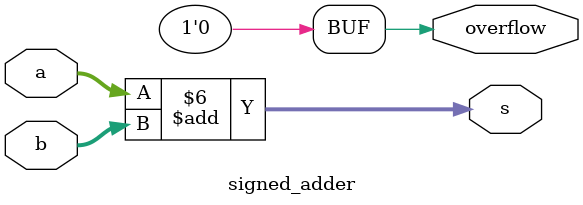
<source format=v>

module signed_adder(input [7:0] a,
    input [7:0] b,
    output [7:0] s,
    output overflow
); 

// The numbers a and b are added to the output s. 
// assign the occurence of the signed overflow of a and b to the output overflow.
// a signed overflow occurs if the most significant bits of a and b are low and the most significant bit of s is high
// a signed overflow may also occur if the most significant bits of a and b are high and the most significant bit of s is low


assign overflow = (a[7] == 0) && (b[7] == 0) && (s[7] == -1);



assign s = a + b;

endmodule

</source>
